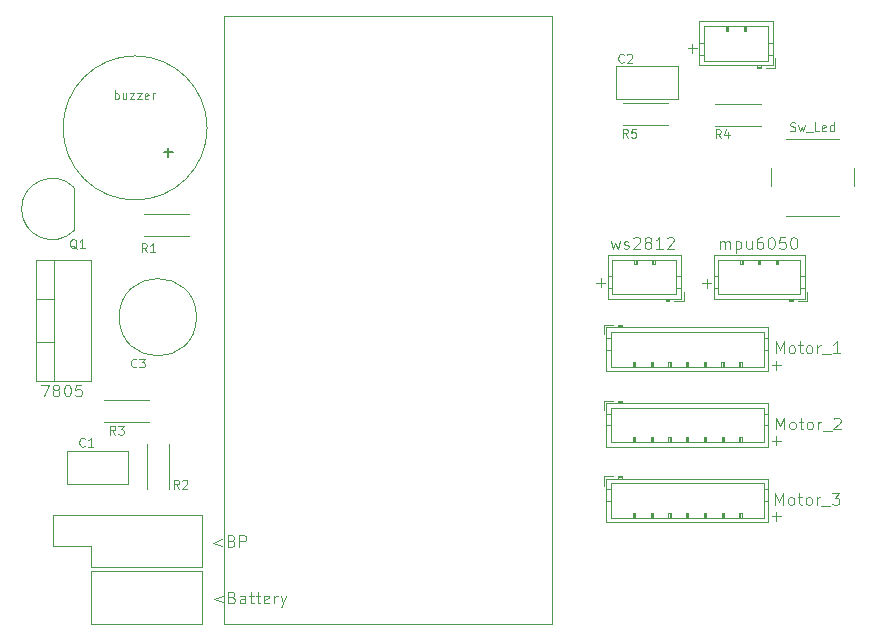
<source format=gbr>
%TF.GenerationSoftware,KiCad,Pcbnew,9.0.0*%
%TF.CreationDate,2025-08-04T22:37:53+02:00*%
%TF.ProjectId,Self balancing cube,53656c66-2062-4616-9c61-6e63696e6720,rev?*%
%TF.SameCoordinates,Original*%
%TF.FileFunction,Legend,Top*%
%TF.FilePolarity,Positive*%
%FSLAX46Y46*%
G04 Gerber Fmt 4.6, Leading zero omitted, Abs format (unit mm)*
G04 Created by KiCad (PCBNEW 9.0.0) date 2025-08-04 22:37:53*
%MOMM*%
%LPD*%
G01*
G04 APERTURE LIST*
%ADD10C,0.100000*%
%ADD11C,0.150000*%
%ADD12C,0.120000*%
G04 APERTURE END LIST*
D10*
X129794000Y-115316000D02*
X120446800Y-115316000D01*
X120446800Y-113538000D01*
X117246400Y-113538000D01*
X117246400Y-110896400D01*
X129794000Y-110896400D01*
X129794000Y-115316000D01*
X120446800Y-115671600D02*
X129794000Y-115671600D01*
X129794000Y-120142000D01*
X120446800Y-120142000D01*
X120446800Y-115671600D01*
X127876131Y-108665814D02*
X127626131Y-108308671D01*
X127447560Y-108665814D02*
X127447560Y-107915814D01*
X127447560Y-107915814D02*
X127733274Y-107915814D01*
X127733274Y-107915814D02*
X127804703Y-107951528D01*
X127804703Y-107951528D02*
X127840417Y-107987242D01*
X127840417Y-107987242D02*
X127876131Y-108058671D01*
X127876131Y-108058671D02*
X127876131Y-108165814D01*
X127876131Y-108165814D02*
X127840417Y-108237242D01*
X127840417Y-108237242D02*
X127804703Y-108272957D01*
X127804703Y-108272957D02*
X127733274Y-108308671D01*
X127733274Y-108308671D02*
X127447560Y-108308671D01*
X128161846Y-107987242D02*
X128197560Y-107951528D01*
X128197560Y-107951528D02*
X128268989Y-107915814D01*
X128268989Y-107915814D02*
X128447560Y-107915814D01*
X128447560Y-107915814D02*
X128518989Y-107951528D01*
X128518989Y-107951528D02*
X128554703Y-107987242D01*
X128554703Y-107987242D02*
X128590417Y-108058671D01*
X128590417Y-108058671D02*
X128590417Y-108130100D01*
X128590417Y-108130100D02*
X128554703Y-108237242D01*
X128554703Y-108237242D02*
X128126131Y-108665814D01*
X128126131Y-108665814D02*
X128590417Y-108665814D01*
X173748531Y-78998614D02*
X173498531Y-78641471D01*
X173319960Y-78998614D02*
X173319960Y-78248614D01*
X173319960Y-78248614D02*
X173605674Y-78248614D01*
X173605674Y-78248614D02*
X173677103Y-78284328D01*
X173677103Y-78284328D02*
X173712817Y-78320042D01*
X173712817Y-78320042D02*
X173748531Y-78391471D01*
X173748531Y-78391471D02*
X173748531Y-78498614D01*
X173748531Y-78498614D02*
X173712817Y-78570042D01*
X173712817Y-78570042D02*
X173677103Y-78605757D01*
X173677103Y-78605757D02*
X173605674Y-78641471D01*
X173605674Y-78641471D02*
X173319960Y-78641471D01*
X174391389Y-78498614D02*
X174391389Y-78998614D01*
X174212817Y-78212900D02*
X174034246Y-78748614D01*
X174034246Y-78748614D02*
X174498531Y-78748614D01*
X131570989Y-117722152D02*
X130809084Y-118007866D01*
X130809084Y-118007866D02*
X131570989Y-118293580D01*
X132380512Y-117865009D02*
X132523369Y-117912628D01*
X132523369Y-117912628D02*
X132570988Y-117960247D01*
X132570988Y-117960247D02*
X132618607Y-118055485D01*
X132618607Y-118055485D02*
X132618607Y-118198342D01*
X132618607Y-118198342D02*
X132570988Y-118293580D01*
X132570988Y-118293580D02*
X132523369Y-118341200D01*
X132523369Y-118341200D02*
X132428131Y-118388819D01*
X132428131Y-118388819D02*
X132047179Y-118388819D01*
X132047179Y-118388819D02*
X132047179Y-117388819D01*
X132047179Y-117388819D02*
X132380512Y-117388819D01*
X132380512Y-117388819D02*
X132475750Y-117436438D01*
X132475750Y-117436438D02*
X132523369Y-117484057D01*
X132523369Y-117484057D02*
X132570988Y-117579295D01*
X132570988Y-117579295D02*
X132570988Y-117674533D01*
X132570988Y-117674533D02*
X132523369Y-117769771D01*
X132523369Y-117769771D02*
X132475750Y-117817390D01*
X132475750Y-117817390D02*
X132380512Y-117865009D01*
X132380512Y-117865009D02*
X132047179Y-117865009D01*
X133475750Y-118388819D02*
X133475750Y-117865009D01*
X133475750Y-117865009D02*
X133428131Y-117769771D01*
X133428131Y-117769771D02*
X133332893Y-117722152D01*
X133332893Y-117722152D02*
X133142417Y-117722152D01*
X133142417Y-117722152D02*
X133047179Y-117769771D01*
X133475750Y-118341200D02*
X133380512Y-118388819D01*
X133380512Y-118388819D02*
X133142417Y-118388819D01*
X133142417Y-118388819D02*
X133047179Y-118341200D01*
X133047179Y-118341200D02*
X132999560Y-118245961D01*
X132999560Y-118245961D02*
X132999560Y-118150723D01*
X132999560Y-118150723D02*
X133047179Y-118055485D01*
X133047179Y-118055485D02*
X133142417Y-118007866D01*
X133142417Y-118007866D02*
X133380512Y-118007866D01*
X133380512Y-118007866D02*
X133475750Y-117960247D01*
X133809084Y-117722152D02*
X134190036Y-117722152D01*
X133951941Y-117388819D02*
X133951941Y-118245961D01*
X133951941Y-118245961D02*
X133999560Y-118341200D01*
X133999560Y-118341200D02*
X134094798Y-118388819D01*
X134094798Y-118388819D02*
X134190036Y-118388819D01*
X134380513Y-117722152D02*
X134761465Y-117722152D01*
X134523370Y-117388819D02*
X134523370Y-118245961D01*
X134523370Y-118245961D02*
X134570989Y-118341200D01*
X134570989Y-118341200D02*
X134666227Y-118388819D01*
X134666227Y-118388819D02*
X134761465Y-118388819D01*
X135475751Y-118341200D02*
X135380513Y-118388819D01*
X135380513Y-118388819D02*
X135190037Y-118388819D01*
X135190037Y-118388819D02*
X135094799Y-118341200D01*
X135094799Y-118341200D02*
X135047180Y-118245961D01*
X135047180Y-118245961D02*
X135047180Y-117865009D01*
X135047180Y-117865009D02*
X135094799Y-117769771D01*
X135094799Y-117769771D02*
X135190037Y-117722152D01*
X135190037Y-117722152D02*
X135380513Y-117722152D01*
X135380513Y-117722152D02*
X135475751Y-117769771D01*
X135475751Y-117769771D02*
X135523370Y-117865009D01*
X135523370Y-117865009D02*
X135523370Y-117960247D01*
X135523370Y-117960247D02*
X135047180Y-118055485D01*
X135951942Y-118388819D02*
X135951942Y-117722152D01*
X135951942Y-117912628D02*
X135999561Y-117817390D01*
X135999561Y-117817390D02*
X136047180Y-117769771D01*
X136047180Y-117769771D02*
X136142418Y-117722152D01*
X136142418Y-117722152D02*
X136237656Y-117722152D01*
X136475752Y-117722152D02*
X136713847Y-118388819D01*
X136951942Y-117722152D02*
X136713847Y-118388819D01*
X136713847Y-118388819D02*
X136618609Y-118626914D01*
X136618609Y-118626914D02*
X136570990Y-118674533D01*
X136570990Y-118674533D02*
X136475752Y-118722152D01*
X179634246Y-78353300D02*
X179741389Y-78389014D01*
X179741389Y-78389014D02*
X179919960Y-78389014D01*
X179919960Y-78389014D02*
X179991389Y-78353300D01*
X179991389Y-78353300D02*
X180027103Y-78317585D01*
X180027103Y-78317585D02*
X180062817Y-78246157D01*
X180062817Y-78246157D02*
X180062817Y-78174728D01*
X180062817Y-78174728D02*
X180027103Y-78103300D01*
X180027103Y-78103300D02*
X179991389Y-78067585D01*
X179991389Y-78067585D02*
X179919960Y-78031871D01*
X179919960Y-78031871D02*
X179777103Y-77996157D01*
X179777103Y-77996157D02*
X179705674Y-77960442D01*
X179705674Y-77960442D02*
X179669960Y-77924728D01*
X179669960Y-77924728D02*
X179634246Y-77853300D01*
X179634246Y-77853300D02*
X179634246Y-77781871D01*
X179634246Y-77781871D02*
X179669960Y-77710442D01*
X179669960Y-77710442D02*
X179705674Y-77674728D01*
X179705674Y-77674728D02*
X179777103Y-77639014D01*
X179777103Y-77639014D02*
X179955674Y-77639014D01*
X179955674Y-77639014D02*
X180062817Y-77674728D01*
X180312817Y-77889014D02*
X180455675Y-78389014D01*
X180455675Y-78389014D02*
X180598532Y-78031871D01*
X180598532Y-78031871D02*
X180741389Y-78389014D01*
X180741389Y-78389014D02*
X180884246Y-77889014D01*
X180991389Y-78460442D02*
X181562817Y-78460442D01*
X182098532Y-78389014D02*
X181741389Y-78389014D01*
X181741389Y-78389014D02*
X181741389Y-77639014D01*
X182634246Y-78353300D02*
X182562818Y-78389014D01*
X182562818Y-78389014D02*
X182419961Y-78389014D01*
X182419961Y-78389014D02*
X182348532Y-78353300D01*
X182348532Y-78353300D02*
X182312818Y-78281871D01*
X182312818Y-78281871D02*
X182312818Y-77996157D01*
X182312818Y-77996157D02*
X182348532Y-77924728D01*
X182348532Y-77924728D02*
X182419961Y-77889014D01*
X182419961Y-77889014D02*
X182562818Y-77889014D01*
X182562818Y-77889014D02*
X182634246Y-77924728D01*
X182634246Y-77924728D02*
X182669961Y-77996157D01*
X182669961Y-77996157D02*
X182669961Y-78067585D01*
X182669961Y-78067585D02*
X182312818Y-78139014D01*
X183312818Y-78389014D02*
X183312818Y-77639014D01*
X183312818Y-78353300D02*
X183241389Y-78389014D01*
X183241389Y-78389014D02*
X183098532Y-78389014D01*
X183098532Y-78389014D02*
X183027103Y-78353300D01*
X183027103Y-78353300D02*
X182991389Y-78317585D01*
X182991389Y-78317585D02*
X182955675Y-78246157D01*
X182955675Y-78246157D02*
X182955675Y-78031871D01*
X182955675Y-78031871D02*
X182991389Y-77960442D01*
X182991389Y-77960442D02*
X183027103Y-77924728D01*
X183027103Y-77924728D02*
X183098532Y-77889014D01*
X183098532Y-77889014D02*
X183241389Y-77889014D01*
X183241389Y-77889014D02*
X183312818Y-77924728D01*
X122491331Y-104093814D02*
X122241331Y-103736671D01*
X122062760Y-104093814D02*
X122062760Y-103343814D01*
X122062760Y-103343814D02*
X122348474Y-103343814D01*
X122348474Y-103343814D02*
X122419903Y-103379528D01*
X122419903Y-103379528D02*
X122455617Y-103415242D01*
X122455617Y-103415242D02*
X122491331Y-103486671D01*
X122491331Y-103486671D02*
X122491331Y-103593814D01*
X122491331Y-103593814D02*
X122455617Y-103665242D01*
X122455617Y-103665242D02*
X122419903Y-103700957D01*
X122419903Y-103700957D02*
X122348474Y-103736671D01*
X122348474Y-103736671D02*
X122062760Y-103736671D01*
X122741331Y-103343814D02*
X123205617Y-103343814D01*
X123205617Y-103343814D02*
X122955617Y-103629528D01*
X122955617Y-103629528D02*
X123062760Y-103629528D01*
X123062760Y-103629528D02*
X123134189Y-103665242D01*
X123134189Y-103665242D02*
X123169903Y-103700957D01*
X123169903Y-103700957D02*
X123205617Y-103772385D01*
X123205617Y-103772385D02*
X123205617Y-103950957D01*
X123205617Y-103950957D02*
X123169903Y-104022385D01*
X123169903Y-104022385D02*
X123134189Y-104058100D01*
X123134189Y-104058100D02*
X123062760Y-104093814D01*
X123062760Y-104093814D02*
X122848474Y-104093814D01*
X122848474Y-104093814D02*
X122777046Y-104058100D01*
X122777046Y-104058100D02*
X122741331Y-104022385D01*
X178408684Y-97205219D02*
X178408684Y-96205219D01*
X178408684Y-96205219D02*
X178742017Y-96919504D01*
X178742017Y-96919504D02*
X179075350Y-96205219D01*
X179075350Y-96205219D02*
X179075350Y-97205219D01*
X179694398Y-97205219D02*
X179599160Y-97157600D01*
X179599160Y-97157600D02*
X179551541Y-97109980D01*
X179551541Y-97109980D02*
X179503922Y-97014742D01*
X179503922Y-97014742D02*
X179503922Y-96729028D01*
X179503922Y-96729028D02*
X179551541Y-96633790D01*
X179551541Y-96633790D02*
X179599160Y-96586171D01*
X179599160Y-96586171D02*
X179694398Y-96538552D01*
X179694398Y-96538552D02*
X179837255Y-96538552D01*
X179837255Y-96538552D02*
X179932493Y-96586171D01*
X179932493Y-96586171D02*
X179980112Y-96633790D01*
X179980112Y-96633790D02*
X180027731Y-96729028D01*
X180027731Y-96729028D02*
X180027731Y-97014742D01*
X180027731Y-97014742D02*
X179980112Y-97109980D01*
X179980112Y-97109980D02*
X179932493Y-97157600D01*
X179932493Y-97157600D02*
X179837255Y-97205219D01*
X179837255Y-97205219D02*
X179694398Y-97205219D01*
X180313446Y-96538552D02*
X180694398Y-96538552D01*
X180456303Y-96205219D02*
X180456303Y-97062361D01*
X180456303Y-97062361D02*
X180503922Y-97157600D01*
X180503922Y-97157600D02*
X180599160Y-97205219D01*
X180599160Y-97205219D02*
X180694398Y-97205219D01*
X181170589Y-97205219D02*
X181075351Y-97157600D01*
X181075351Y-97157600D02*
X181027732Y-97109980D01*
X181027732Y-97109980D02*
X180980113Y-97014742D01*
X180980113Y-97014742D02*
X180980113Y-96729028D01*
X180980113Y-96729028D02*
X181027732Y-96633790D01*
X181027732Y-96633790D02*
X181075351Y-96586171D01*
X181075351Y-96586171D02*
X181170589Y-96538552D01*
X181170589Y-96538552D02*
X181313446Y-96538552D01*
X181313446Y-96538552D02*
X181408684Y-96586171D01*
X181408684Y-96586171D02*
X181456303Y-96633790D01*
X181456303Y-96633790D02*
X181503922Y-96729028D01*
X181503922Y-96729028D02*
X181503922Y-97014742D01*
X181503922Y-97014742D02*
X181456303Y-97109980D01*
X181456303Y-97109980D02*
X181408684Y-97157600D01*
X181408684Y-97157600D02*
X181313446Y-97205219D01*
X181313446Y-97205219D02*
X181170589Y-97205219D01*
X181932494Y-97205219D02*
X181932494Y-96538552D01*
X181932494Y-96729028D02*
X181980113Y-96633790D01*
X181980113Y-96633790D02*
X182027732Y-96586171D01*
X182027732Y-96586171D02*
X182122970Y-96538552D01*
X182122970Y-96538552D02*
X182218208Y-96538552D01*
X182313447Y-97300457D02*
X183075351Y-97300457D01*
X183837256Y-97205219D02*
X183265828Y-97205219D01*
X183551542Y-97205219D02*
X183551542Y-96205219D01*
X183551542Y-96205219D02*
X183456304Y-96348076D01*
X183456304Y-96348076D02*
X183361066Y-96443314D01*
X183361066Y-96443314D02*
X183265828Y-96490933D01*
X178357884Y-110057619D02*
X178357884Y-109057619D01*
X178357884Y-109057619D02*
X178691217Y-109771904D01*
X178691217Y-109771904D02*
X179024550Y-109057619D01*
X179024550Y-109057619D02*
X179024550Y-110057619D01*
X179643598Y-110057619D02*
X179548360Y-110010000D01*
X179548360Y-110010000D02*
X179500741Y-109962380D01*
X179500741Y-109962380D02*
X179453122Y-109867142D01*
X179453122Y-109867142D02*
X179453122Y-109581428D01*
X179453122Y-109581428D02*
X179500741Y-109486190D01*
X179500741Y-109486190D02*
X179548360Y-109438571D01*
X179548360Y-109438571D02*
X179643598Y-109390952D01*
X179643598Y-109390952D02*
X179786455Y-109390952D01*
X179786455Y-109390952D02*
X179881693Y-109438571D01*
X179881693Y-109438571D02*
X179929312Y-109486190D01*
X179929312Y-109486190D02*
X179976931Y-109581428D01*
X179976931Y-109581428D02*
X179976931Y-109867142D01*
X179976931Y-109867142D02*
X179929312Y-109962380D01*
X179929312Y-109962380D02*
X179881693Y-110010000D01*
X179881693Y-110010000D02*
X179786455Y-110057619D01*
X179786455Y-110057619D02*
X179643598Y-110057619D01*
X180262646Y-109390952D02*
X180643598Y-109390952D01*
X180405503Y-109057619D02*
X180405503Y-109914761D01*
X180405503Y-109914761D02*
X180453122Y-110010000D01*
X180453122Y-110010000D02*
X180548360Y-110057619D01*
X180548360Y-110057619D02*
X180643598Y-110057619D01*
X181119789Y-110057619D02*
X181024551Y-110010000D01*
X181024551Y-110010000D02*
X180976932Y-109962380D01*
X180976932Y-109962380D02*
X180929313Y-109867142D01*
X180929313Y-109867142D02*
X180929313Y-109581428D01*
X180929313Y-109581428D02*
X180976932Y-109486190D01*
X180976932Y-109486190D02*
X181024551Y-109438571D01*
X181024551Y-109438571D02*
X181119789Y-109390952D01*
X181119789Y-109390952D02*
X181262646Y-109390952D01*
X181262646Y-109390952D02*
X181357884Y-109438571D01*
X181357884Y-109438571D02*
X181405503Y-109486190D01*
X181405503Y-109486190D02*
X181453122Y-109581428D01*
X181453122Y-109581428D02*
X181453122Y-109867142D01*
X181453122Y-109867142D02*
X181405503Y-109962380D01*
X181405503Y-109962380D02*
X181357884Y-110010000D01*
X181357884Y-110010000D02*
X181262646Y-110057619D01*
X181262646Y-110057619D02*
X181119789Y-110057619D01*
X181881694Y-110057619D02*
X181881694Y-109390952D01*
X181881694Y-109581428D02*
X181929313Y-109486190D01*
X181929313Y-109486190D02*
X181976932Y-109438571D01*
X181976932Y-109438571D02*
X182072170Y-109390952D01*
X182072170Y-109390952D02*
X182167408Y-109390952D01*
X182262647Y-110152857D02*
X183024551Y-110152857D01*
X183167409Y-109057619D02*
X183786456Y-109057619D01*
X183786456Y-109057619D02*
X183453123Y-109438571D01*
X183453123Y-109438571D02*
X183595980Y-109438571D01*
X183595980Y-109438571D02*
X183691218Y-109486190D01*
X183691218Y-109486190D02*
X183738837Y-109533809D01*
X183738837Y-109533809D02*
X183786456Y-109629047D01*
X183786456Y-109629047D02*
X183786456Y-109867142D01*
X183786456Y-109867142D02*
X183738837Y-109962380D01*
X183738837Y-109962380D02*
X183691218Y-110010000D01*
X183691218Y-110010000D02*
X183595980Y-110057619D01*
X183595980Y-110057619D02*
X183310266Y-110057619D01*
X183310266Y-110057619D02*
X183215028Y-110010000D01*
X183215028Y-110010000D02*
X183167409Y-109962380D01*
X178072684Y-111021466D02*
X178834589Y-111021466D01*
X178453636Y-111402419D02*
X178453636Y-110640514D01*
X170941084Y-71373466D02*
X171702989Y-71373466D01*
X171322036Y-71754419D02*
X171322036Y-70992514D01*
X116185046Y-99862819D02*
X116851712Y-99862819D01*
X116851712Y-99862819D02*
X116423141Y-100862819D01*
X117375522Y-100291390D02*
X117280284Y-100243771D01*
X117280284Y-100243771D02*
X117232665Y-100196152D01*
X117232665Y-100196152D02*
X117185046Y-100100914D01*
X117185046Y-100100914D02*
X117185046Y-100053295D01*
X117185046Y-100053295D02*
X117232665Y-99958057D01*
X117232665Y-99958057D02*
X117280284Y-99910438D01*
X117280284Y-99910438D02*
X117375522Y-99862819D01*
X117375522Y-99862819D02*
X117565998Y-99862819D01*
X117565998Y-99862819D02*
X117661236Y-99910438D01*
X117661236Y-99910438D02*
X117708855Y-99958057D01*
X117708855Y-99958057D02*
X117756474Y-100053295D01*
X117756474Y-100053295D02*
X117756474Y-100100914D01*
X117756474Y-100100914D02*
X117708855Y-100196152D01*
X117708855Y-100196152D02*
X117661236Y-100243771D01*
X117661236Y-100243771D02*
X117565998Y-100291390D01*
X117565998Y-100291390D02*
X117375522Y-100291390D01*
X117375522Y-100291390D02*
X117280284Y-100339009D01*
X117280284Y-100339009D02*
X117232665Y-100386628D01*
X117232665Y-100386628D02*
X117185046Y-100481866D01*
X117185046Y-100481866D02*
X117185046Y-100672342D01*
X117185046Y-100672342D02*
X117232665Y-100767580D01*
X117232665Y-100767580D02*
X117280284Y-100815200D01*
X117280284Y-100815200D02*
X117375522Y-100862819D01*
X117375522Y-100862819D02*
X117565998Y-100862819D01*
X117565998Y-100862819D02*
X117661236Y-100815200D01*
X117661236Y-100815200D02*
X117708855Y-100767580D01*
X117708855Y-100767580D02*
X117756474Y-100672342D01*
X117756474Y-100672342D02*
X117756474Y-100481866D01*
X117756474Y-100481866D02*
X117708855Y-100386628D01*
X117708855Y-100386628D02*
X117661236Y-100339009D01*
X117661236Y-100339009D02*
X117565998Y-100291390D01*
X118375522Y-99862819D02*
X118470760Y-99862819D01*
X118470760Y-99862819D02*
X118565998Y-99910438D01*
X118565998Y-99910438D02*
X118613617Y-99958057D01*
X118613617Y-99958057D02*
X118661236Y-100053295D01*
X118661236Y-100053295D02*
X118708855Y-100243771D01*
X118708855Y-100243771D02*
X118708855Y-100481866D01*
X118708855Y-100481866D02*
X118661236Y-100672342D01*
X118661236Y-100672342D02*
X118613617Y-100767580D01*
X118613617Y-100767580D02*
X118565998Y-100815200D01*
X118565998Y-100815200D02*
X118470760Y-100862819D01*
X118470760Y-100862819D02*
X118375522Y-100862819D01*
X118375522Y-100862819D02*
X118280284Y-100815200D01*
X118280284Y-100815200D02*
X118232665Y-100767580D01*
X118232665Y-100767580D02*
X118185046Y-100672342D01*
X118185046Y-100672342D02*
X118137427Y-100481866D01*
X118137427Y-100481866D02*
X118137427Y-100243771D01*
X118137427Y-100243771D02*
X118185046Y-100053295D01*
X118185046Y-100053295D02*
X118232665Y-99958057D01*
X118232665Y-99958057D02*
X118280284Y-99910438D01*
X118280284Y-99910438D02*
X118375522Y-99862819D01*
X119613617Y-99862819D02*
X119137427Y-99862819D01*
X119137427Y-99862819D02*
X119089808Y-100339009D01*
X119089808Y-100339009D02*
X119137427Y-100291390D01*
X119137427Y-100291390D02*
X119232665Y-100243771D01*
X119232665Y-100243771D02*
X119470760Y-100243771D01*
X119470760Y-100243771D02*
X119565998Y-100291390D01*
X119565998Y-100291390D02*
X119613617Y-100339009D01*
X119613617Y-100339009D02*
X119661236Y-100434247D01*
X119661236Y-100434247D02*
X119661236Y-100672342D01*
X119661236Y-100672342D02*
X119613617Y-100767580D01*
X119613617Y-100767580D02*
X119565998Y-100815200D01*
X119565998Y-100815200D02*
X119470760Y-100862819D01*
X119470760Y-100862819D02*
X119232665Y-100862819D01*
X119232665Y-100862819D02*
X119137427Y-100815200D01*
X119137427Y-100815200D02*
X119089808Y-100767580D01*
X125132931Y-88650614D02*
X124882931Y-88293471D01*
X124704360Y-88650614D02*
X124704360Y-87900614D01*
X124704360Y-87900614D02*
X124990074Y-87900614D01*
X124990074Y-87900614D02*
X125061503Y-87936328D01*
X125061503Y-87936328D02*
X125097217Y-87972042D01*
X125097217Y-87972042D02*
X125132931Y-88043471D01*
X125132931Y-88043471D02*
X125132931Y-88150614D01*
X125132931Y-88150614D02*
X125097217Y-88222042D01*
X125097217Y-88222042D02*
X125061503Y-88257757D01*
X125061503Y-88257757D02*
X124990074Y-88293471D01*
X124990074Y-88293471D02*
X124704360Y-88293471D01*
X125847217Y-88650614D02*
X125418646Y-88650614D01*
X125632931Y-88650614D02*
X125632931Y-87900614D01*
X125632931Y-87900614D02*
X125561503Y-88007757D01*
X125561503Y-88007757D02*
X125490074Y-88079185D01*
X125490074Y-88079185D02*
X125418646Y-88114900D01*
X119900531Y-105038385D02*
X119864817Y-105074100D01*
X119864817Y-105074100D02*
X119757674Y-105109814D01*
X119757674Y-105109814D02*
X119686246Y-105109814D01*
X119686246Y-105109814D02*
X119579103Y-105074100D01*
X119579103Y-105074100D02*
X119507674Y-105002671D01*
X119507674Y-105002671D02*
X119471960Y-104931242D01*
X119471960Y-104931242D02*
X119436246Y-104788385D01*
X119436246Y-104788385D02*
X119436246Y-104681242D01*
X119436246Y-104681242D02*
X119471960Y-104538385D01*
X119471960Y-104538385D02*
X119507674Y-104466957D01*
X119507674Y-104466957D02*
X119579103Y-104395528D01*
X119579103Y-104395528D02*
X119686246Y-104359814D01*
X119686246Y-104359814D02*
X119757674Y-104359814D01*
X119757674Y-104359814D02*
X119864817Y-104395528D01*
X119864817Y-104395528D02*
X119900531Y-104431242D01*
X120614817Y-105109814D02*
X120186246Y-105109814D01*
X120400531Y-105109814D02*
X120400531Y-104359814D01*
X120400531Y-104359814D02*
X120329103Y-104466957D01*
X120329103Y-104466957D02*
X120257674Y-104538385D01*
X120257674Y-104538385D02*
X120186246Y-104574100D01*
X131520189Y-112946952D02*
X130758284Y-113232666D01*
X130758284Y-113232666D02*
X131520189Y-113518380D01*
X132329712Y-113089809D02*
X132472569Y-113137428D01*
X132472569Y-113137428D02*
X132520188Y-113185047D01*
X132520188Y-113185047D02*
X132567807Y-113280285D01*
X132567807Y-113280285D02*
X132567807Y-113423142D01*
X132567807Y-113423142D02*
X132520188Y-113518380D01*
X132520188Y-113518380D02*
X132472569Y-113566000D01*
X132472569Y-113566000D02*
X132377331Y-113613619D01*
X132377331Y-113613619D02*
X131996379Y-113613619D01*
X131996379Y-113613619D02*
X131996379Y-112613619D01*
X131996379Y-112613619D02*
X132329712Y-112613619D01*
X132329712Y-112613619D02*
X132424950Y-112661238D01*
X132424950Y-112661238D02*
X132472569Y-112708857D01*
X132472569Y-112708857D02*
X132520188Y-112804095D01*
X132520188Y-112804095D02*
X132520188Y-112899333D01*
X132520188Y-112899333D02*
X132472569Y-112994571D01*
X132472569Y-112994571D02*
X132424950Y-113042190D01*
X132424950Y-113042190D02*
X132329712Y-113089809D01*
X132329712Y-113089809D02*
X131996379Y-113089809D01*
X132996379Y-113613619D02*
X132996379Y-112613619D01*
X132996379Y-112613619D02*
X133377331Y-112613619D01*
X133377331Y-112613619D02*
X133472569Y-112661238D01*
X133472569Y-112661238D02*
X133520188Y-112708857D01*
X133520188Y-112708857D02*
X133567807Y-112804095D01*
X133567807Y-112804095D02*
X133567807Y-112946952D01*
X133567807Y-112946952D02*
X133520188Y-113042190D01*
X133520188Y-113042190D02*
X133472569Y-113089809D01*
X133472569Y-113089809D02*
X133377331Y-113137428D01*
X133377331Y-113137428D02*
X132996379Y-113137428D01*
X164445046Y-87699352D02*
X164635522Y-88366019D01*
X164635522Y-88366019D02*
X164825998Y-87889828D01*
X164825998Y-87889828D02*
X165016474Y-88366019D01*
X165016474Y-88366019D02*
X165206950Y-87699352D01*
X165540284Y-88318400D02*
X165635522Y-88366019D01*
X165635522Y-88366019D02*
X165825998Y-88366019D01*
X165825998Y-88366019D02*
X165921236Y-88318400D01*
X165921236Y-88318400D02*
X165968855Y-88223161D01*
X165968855Y-88223161D02*
X165968855Y-88175542D01*
X165968855Y-88175542D02*
X165921236Y-88080304D01*
X165921236Y-88080304D02*
X165825998Y-88032685D01*
X165825998Y-88032685D02*
X165683141Y-88032685D01*
X165683141Y-88032685D02*
X165587903Y-87985066D01*
X165587903Y-87985066D02*
X165540284Y-87889828D01*
X165540284Y-87889828D02*
X165540284Y-87842209D01*
X165540284Y-87842209D02*
X165587903Y-87746971D01*
X165587903Y-87746971D02*
X165683141Y-87699352D01*
X165683141Y-87699352D02*
X165825998Y-87699352D01*
X165825998Y-87699352D02*
X165921236Y-87746971D01*
X166349808Y-87461257D02*
X166397427Y-87413638D01*
X166397427Y-87413638D02*
X166492665Y-87366019D01*
X166492665Y-87366019D02*
X166730760Y-87366019D01*
X166730760Y-87366019D02*
X166825998Y-87413638D01*
X166825998Y-87413638D02*
X166873617Y-87461257D01*
X166873617Y-87461257D02*
X166921236Y-87556495D01*
X166921236Y-87556495D02*
X166921236Y-87651733D01*
X166921236Y-87651733D02*
X166873617Y-87794590D01*
X166873617Y-87794590D02*
X166302189Y-88366019D01*
X166302189Y-88366019D02*
X166921236Y-88366019D01*
X167492665Y-87794590D02*
X167397427Y-87746971D01*
X167397427Y-87746971D02*
X167349808Y-87699352D01*
X167349808Y-87699352D02*
X167302189Y-87604114D01*
X167302189Y-87604114D02*
X167302189Y-87556495D01*
X167302189Y-87556495D02*
X167349808Y-87461257D01*
X167349808Y-87461257D02*
X167397427Y-87413638D01*
X167397427Y-87413638D02*
X167492665Y-87366019D01*
X167492665Y-87366019D02*
X167683141Y-87366019D01*
X167683141Y-87366019D02*
X167778379Y-87413638D01*
X167778379Y-87413638D02*
X167825998Y-87461257D01*
X167825998Y-87461257D02*
X167873617Y-87556495D01*
X167873617Y-87556495D02*
X167873617Y-87604114D01*
X167873617Y-87604114D02*
X167825998Y-87699352D01*
X167825998Y-87699352D02*
X167778379Y-87746971D01*
X167778379Y-87746971D02*
X167683141Y-87794590D01*
X167683141Y-87794590D02*
X167492665Y-87794590D01*
X167492665Y-87794590D02*
X167397427Y-87842209D01*
X167397427Y-87842209D02*
X167349808Y-87889828D01*
X167349808Y-87889828D02*
X167302189Y-87985066D01*
X167302189Y-87985066D02*
X167302189Y-88175542D01*
X167302189Y-88175542D02*
X167349808Y-88270780D01*
X167349808Y-88270780D02*
X167397427Y-88318400D01*
X167397427Y-88318400D02*
X167492665Y-88366019D01*
X167492665Y-88366019D02*
X167683141Y-88366019D01*
X167683141Y-88366019D02*
X167778379Y-88318400D01*
X167778379Y-88318400D02*
X167825998Y-88270780D01*
X167825998Y-88270780D02*
X167873617Y-88175542D01*
X167873617Y-88175542D02*
X167873617Y-87985066D01*
X167873617Y-87985066D02*
X167825998Y-87889828D01*
X167825998Y-87889828D02*
X167778379Y-87842209D01*
X167778379Y-87842209D02*
X167683141Y-87794590D01*
X168825998Y-88366019D02*
X168254570Y-88366019D01*
X168540284Y-88366019D02*
X168540284Y-87366019D01*
X168540284Y-87366019D02*
X168445046Y-87508876D01*
X168445046Y-87508876D02*
X168349808Y-87604114D01*
X168349808Y-87604114D02*
X168254570Y-87651733D01*
X169206951Y-87461257D02*
X169254570Y-87413638D01*
X169254570Y-87413638D02*
X169349808Y-87366019D01*
X169349808Y-87366019D02*
X169587903Y-87366019D01*
X169587903Y-87366019D02*
X169683141Y-87413638D01*
X169683141Y-87413638D02*
X169730760Y-87461257D01*
X169730760Y-87461257D02*
X169778379Y-87556495D01*
X169778379Y-87556495D02*
X169778379Y-87651733D01*
X169778379Y-87651733D02*
X169730760Y-87794590D01*
X169730760Y-87794590D02*
X169159332Y-88366019D01*
X169159332Y-88366019D02*
X169778379Y-88366019D01*
X163219484Y-91236266D02*
X163981389Y-91236266D01*
X163600436Y-91617219D02*
X163600436Y-90855314D01*
X178069884Y-98219866D02*
X178831789Y-98219866D01*
X178450836Y-98600819D02*
X178450836Y-97838914D01*
X173684284Y-88366019D02*
X173684284Y-87699352D01*
X173684284Y-87794590D02*
X173731903Y-87746971D01*
X173731903Y-87746971D02*
X173827141Y-87699352D01*
X173827141Y-87699352D02*
X173969998Y-87699352D01*
X173969998Y-87699352D02*
X174065236Y-87746971D01*
X174065236Y-87746971D02*
X174112855Y-87842209D01*
X174112855Y-87842209D02*
X174112855Y-88366019D01*
X174112855Y-87842209D02*
X174160474Y-87746971D01*
X174160474Y-87746971D02*
X174255712Y-87699352D01*
X174255712Y-87699352D02*
X174398569Y-87699352D01*
X174398569Y-87699352D02*
X174493808Y-87746971D01*
X174493808Y-87746971D02*
X174541427Y-87842209D01*
X174541427Y-87842209D02*
X174541427Y-88366019D01*
X175017617Y-87699352D02*
X175017617Y-88699352D01*
X175017617Y-87746971D02*
X175112855Y-87699352D01*
X175112855Y-87699352D02*
X175303331Y-87699352D01*
X175303331Y-87699352D02*
X175398569Y-87746971D01*
X175398569Y-87746971D02*
X175446188Y-87794590D01*
X175446188Y-87794590D02*
X175493807Y-87889828D01*
X175493807Y-87889828D02*
X175493807Y-88175542D01*
X175493807Y-88175542D02*
X175446188Y-88270780D01*
X175446188Y-88270780D02*
X175398569Y-88318400D01*
X175398569Y-88318400D02*
X175303331Y-88366019D01*
X175303331Y-88366019D02*
X175112855Y-88366019D01*
X175112855Y-88366019D02*
X175017617Y-88318400D01*
X176350950Y-87699352D02*
X176350950Y-88366019D01*
X175922379Y-87699352D02*
X175922379Y-88223161D01*
X175922379Y-88223161D02*
X175969998Y-88318400D01*
X175969998Y-88318400D02*
X176065236Y-88366019D01*
X176065236Y-88366019D02*
X176208093Y-88366019D01*
X176208093Y-88366019D02*
X176303331Y-88318400D01*
X176303331Y-88318400D02*
X176350950Y-88270780D01*
X177255712Y-87366019D02*
X177065236Y-87366019D01*
X177065236Y-87366019D02*
X176969998Y-87413638D01*
X176969998Y-87413638D02*
X176922379Y-87461257D01*
X176922379Y-87461257D02*
X176827141Y-87604114D01*
X176827141Y-87604114D02*
X176779522Y-87794590D01*
X176779522Y-87794590D02*
X176779522Y-88175542D01*
X176779522Y-88175542D02*
X176827141Y-88270780D01*
X176827141Y-88270780D02*
X176874760Y-88318400D01*
X176874760Y-88318400D02*
X176969998Y-88366019D01*
X176969998Y-88366019D02*
X177160474Y-88366019D01*
X177160474Y-88366019D02*
X177255712Y-88318400D01*
X177255712Y-88318400D02*
X177303331Y-88270780D01*
X177303331Y-88270780D02*
X177350950Y-88175542D01*
X177350950Y-88175542D02*
X177350950Y-87937447D01*
X177350950Y-87937447D02*
X177303331Y-87842209D01*
X177303331Y-87842209D02*
X177255712Y-87794590D01*
X177255712Y-87794590D02*
X177160474Y-87746971D01*
X177160474Y-87746971D02*
X176969998Y-87746971D01*
X176969998Y-87746971D02*
X176874760Y-87794590D01*
X176874760Y-87794590D02*
X176827141Y-87842209D01*
X176827141Y-87842209D02*
X176779522Y-87937447D01*
X177969998Y-87366019D02*
X178065236Y-87366019D01*
X178065236Y-87366019D02*
X178160474Y-87413638D01*
X178160474Y-87413638D02*
X178208093Y-87461257D01*
X178208093Y-87461257D02*
X178255712Y-87556495D01*
X178255712Y-87556495D02*
X178303331Y-87746971D01*
X178303331Y-87746971D02*
X178303331Y-87985066D01*
X178303331Y-87985066D02*
X178255712Y-88175542D01*
X178255712Y-88175542D02*
X178208093Y-88270780D01*
X178208093Y-88270780D02*
X178160474Y-88318400D01*
X178160474Y-88318400D02*
X178065236Y-88366019D01*
X178065236Y-88366019D02*
X177969998Y-88366019D01*
X177969998Y-88366019D02*
X177874760Y-88318400D01*
X177874760Y-88318400D02*
X177827141Y-88270780D01*
X177827141Y-88270780D02*
X177779522Y-88175542D01*
X177779522Y-88175542D02*
X177731903Y-87985066D01*
X177731903Y-87985066D02*
X177731903Y-87746971D01*
X177731903Y-87746971D02*
X177779522Y-87556495D01*
X177779522Y-87556495D02*
X177827141Y-87461257D01*
X177827141Y-87461257D02*
X177874760Y-87413638D01*
X177874760Y-87413638D02*
X177969998Y-87366019D01*
X179208093Y-87366019D02*
X178731903Y-87366019D01*
X178731903Y-87366019D02*
X178684284Y-87842209D01*
X178684284Y-87842209D02*
X178731903Y-87794590D01*
X178731903Y-87794590D02*
X178827141Y-87746971D01*
X178827141Y-87746971D02*
X179065236Y-87746971D01*
X179065236Y-87746971D02*
X179160474Y-87794590D01*
X179160474Y-87794590D02*
X179208093Y-87842209D01*
X179208093Y-87842209D02*
X179255712Y-87937447D01*
X179255712Y-87937447D02*
X179255712Y-88175542D01*
X179255712Y-88175542D02*
X179208093Y-88270780D01*
X179208093Y-88270780D02*
X179160474Y-88318400D01*
X179160474Y-88318400D02*
X179065236Y-88366019D01*
X179065236Y-88366019D02*
X178827141Y-88366019D01*
X178827141Y-88366019D02*
X178731903Y-88318400D01*
X178731903Y-88318400D02*
X178684284Y-88270780D01*
X179874760Y-87366019D02*
X179969998Y-87366019D01*
X179969998Y-87366019D02*
X180065236Y-87413638D01*
X180065236Y-87413638D02*
X180112855Y-87461257D01*
X180112855Y-87461257D02*
X180160474Y-87556495D01*
X180160474Y-87556495D02*
X180208093Y-87746971D01*
X180208093Y-87746971D02*
X180208093Y-87985066D01*
X180208093Y-87985066D02*
X180160474Y-88175542D01*
X180160474Y-88175542D02*
X180112855Y-88270780D01*
X180112855Y-88270780D02*
X180065236Y-88318400D01*
X180065236Y-88318400D02*
X179969998Y-88366019D01*
X179969998Y-88366019D02*
X179874760Y-88366019D01*
X179874760Y-88366019D02*
X179779522Y-88318400D01*
X179779522Y-88318400D02*
X179731903Y-88270780D01*
X179731903Y-88270780D02*
X179684284Y-88175542D01*
X179684284Y-88175542D02*
X179636665Y-87985066D01*
X179636665Y-87985066D02*
X179636665Y-87746971D01*
X179636665Y-87746971D02*
X179684284Y-87556495D01*
X179684284Y-87556495D02*
X179731903Y-87461257D01*
X179731903Y-87461257D02*
X179779522Y-87413638D01*
X179779522Y-87413638D02*
X179874760Y-87366019D01*
X124269331Y-98332785D02*
X124233617Y-98368500D01*
X124233617Y-98368500D02*
X124126474Y-98404214D01*
X124126474Y-98404214D02*
X124055046Y-98404214D01*
X124055046Y-98404214D02*
X123947903Y-98368500D01*
X123947903Y-98368500D02*
X123876474Y-98297071D01*
X123876474Y-98297071D02*
X123840760Y-98225642D01*
X123840760Y-98225642D02*
X123805046Y-98082785D01*
X123805046Y-98082785D02*
X123805046Y-97975642D01*
X123805046Y-97975642D02*
X123840760Y-97832785D01*
X123840760Y-97832785D02*
X123876474Y-97761357D01*
X123876474Y-97761357D02*
X123947903Y-97689928D01*
X123947903Y-97689928D02*
X124055046Y-97654214D01*
X124055046Y-97654214D02*
X124126474Y-97654214D01*
X124126474Y-97654214D02*
X124233617Y-97689928D01*
X124233617Y-97689928D02*
X124269331Y-97725642D01*
X124519331Y-97654214D02*
X124983617Y-97654214D01*
X124983617Y-97654214D02*
X124733617Y-97939928D01*
X124733617Y-97939928D02*
X124840760Y-97939928D01*
X124840760Y-97939928D02*
X124912189Y-97975642D01*
X124912189Y-97975642D02*
X124947903Y-98011357D01*
X124947903Y-98011357D02*
X124983617Y-98082785D01*
X124983617Y-98082785D02*
X124983617Y-98261357D01*
X124983617Y-98261357D02*
X124947903Y-98332785D01*
X124947903Y-98332785D02*
X124912189Y-98368500D01*
X124912189Y-98368500D02*
X124840760Y-98404214D01*
X124840760Y-98404214D02*
X124626474Y-98404214D01*
X124626474Y-98404214D02*
X124555046Y-98368500D01*
X124555046Y-98368500D02*
X124519331Y-98332785D01*
X122418360Y-75696614D02*
X122418360Y-74946614D01*
X122418360Y-75232328D02*
X122489789Y-75196614D01*
X122489789Y-75196614D02*
X122632646Y-75196614D01*
X122632646Y-75196614D02*
X122704074Y-75232328D01*
X122704074Y-75232328D02*
X122739789Y-75268042D01*
X122739789Y-75268042D02*
X122775503Y-75339471D01*
X122775503Y-75339471D02*
X122775503Y-75553757D01*
X122775503Y-75553757D02*
X122739789Y-75625185D01*
X122739789Y-75625185D02*
X122704074Y-75660900D01*
X122704074Y-75660900D02*
X122632646Y-75696614D01*
X122632646Y-75696614D02*
X122489789Y-75696614D01*
X122489789Y-75696614D02*
X122418360Y-75660900D01*
X123418360Y-75196614D02*
X123418360Y-75696614D01*
X123096931Y-75196614D02*
X123096931Y-75589471D01*
X123096931Y-75589471D02*
X123132645Y-75660900D01*
X123132645Y-75660900D02*
X123204074Y-75696614D01*
X123204074Y-75696614D02*
X123311217Y-75696614D01*
X123311217Y-75696614D02*
X123382645Y-75660900D01*
X123382645Y-75660900D02*
X123418360Y-75625185D01*
X123704073Y-75196614D02*
X124096931Y-75196614D01*
X124096931Y-75196614D02*
X123704073Y-75696614D01*
X123704073Y-75696614D02*
X124096931Y-75696614D01*
X124311216Y-75196614D02*
X124704074Y-75196614D01*
X124704074Y-75196614D02*
X124311216Y-75696614D01*
X124311216Y-75696614D02*
X124704074Y-75696614D01*
X125275502Y-75660900D02*
X125204074Y-75696614D01*
X125204074Y-75696614D02*
X125061217Y-75696614D01*
X125061217Y-75696614D02*
X124989788Y-75660900D01*
X124989788Y-75660900D02*
X124954074Y-75589471D01*
X124954074Y-75589471D02*
X124954074Y-75303757D01*
X124954074Y-75303757D02*
X124989788Y-75232328D01*
X124989788Y-75232328D02*
X125061217Y-75196614D01*
X125061217Y-75196614D02*
X125204074Y-75196614D01*
X125204074Y-75196614D02*
X125275502Y-75232328D01*
X125275502Y-75232328D02*
X125311217Y-75303757D01*
X125311217Y-75303757D02*
X125311217Y-75375185D01*
X125311217Y-75375185D02*
X124954074Y-75446614D01*
X125632645Y-75696614D02*
X125632645Y-75196614D01*
X125632645Y-75339471D02*
X125668359Y-75268042D01*
X125668359Y-75268042D02*
X125704074Y-75232328D01*
X125704074Y-75232328D02*
X125775502Y-75196614D01*
X125775502Y-75196614D02*
X125846931Y-75196614D01*
X178459484Y-103656819D02*
X178459484Y-102656819D01*
X178459484Y-102656819D02*
X178792817Y-103371104D01*
X178792817Y-103371104D02*
X179126150Y-102656819D01*
X179126150Y-102656819D02*
X179126150Y-103656819D01*
X179745198Y-103656819D02*
X179649960Y-103609200D01*
X179649960Y-103609200D02*
X179602341Y-103561580D01*
X179602341Y-103561580D02*
X179554722Y-103466342D01*
X179554722Y-103466342D02*
X179554722Y-103180628D01*
X179554722Y-103180628D02*
X179602341Y-103085390D01*
X179602341Y-103085390D02*
X179649960Y-103037771D01*
X179649960Y-103037771D02*
X179745198Y-102990152D01*
X179745198Y-102990152D02*
X179888055Y-102990152D01*
X179888055Y-102990152D02*
X179983293Y-103037771D01*
X179983293Y-103037771D02*
X180030912Y-103085390D01*
X180030912Y-103085390D02*
X180078531Y-103180628D01*
X180078531Y-103180628D02*
X180078531Y-103466342D01*
X180078531Y-103466342D02*
X180030912Y-103561580D01*
X180030912Y-103561580D02*
X179983293Y-103609200D01*
X179983293Y-103609200D02*
X179888055Y-103656819D01*
X179888055Y-103656819D02*
X179745198Y-103656819D01*
X180364246Y-102990152D02*
X180745198Y-102990152D01*
X180507103Y-102656819D02*
X180507103Y-103513961D01*
X180507103Y-103513961D02*
X180554722Y-103609200D01*
X180554722Y-103609200D02*
X180649960Y-103656819D01*
X180649960Y-103656819D02*
X180745198Y-103656819D01*
X181221389Y-103656819D02*
X181126151Y-103609200D01*
X181126151Y-103609200D02*
X181078532Y-103561580D01*
X181078532Y-103561580D02*
X181030913Y-103466342D01*
X181030913Y-103466342D02*
X181030913Y-103180628D01*
X181030913Y-103180628D02*
X181078532Y-103085390D01*
X181078532Y-103085390D02*
X181126151Y-103037771D01*
X181126151Y-103037771D02*
X181221389Y-102990152D01*
X181221389Y-102990152D02*
X181364246Y-102990152D01*
X181364246Y-102990152D02*
X181459484Y-103037771D01*
X181459484Y-103037771D02*
X181507103Y-103085390D01*
X181507103Y-103085390D02*
X181554722Y-103180628D01*
X181554722Y-103180628D02*
X181554722Y-103466342D01*
X181554722Y-103466342D02*
X181507103Y-103561580D01*
X181507103Y-103561580D02*
X181459484Y-103609200D01*
X181459484Y-103609200D02*
X181364246Y-103656819D01*
X181364246Y-103656819D02*
X181221389Y-103656819D01*
X181983294Y-103656819D02*
X181983294Y-102990152D01*
X181983294Y-103180628D02*
X182030913Y-103085390D01*
X182030913Y-103085390D02*
X182078532Y-103037771D01*
X182078532Y-103037771D02*
X182173770Y-102990152D01*
X182173770Y-102990152D02*
X182269008Y-102990152D01*
X182364247Y-103752057D02*
X183126151Y-103752057D01*
X183316628Y-102752057D02*
X183364247Y-102704438D01*
X183364247Y-102704438D02*
X183459485Y-102656819D01*
X183459485Y-102656819D02*
X183697580Y-102656819D01*
X183697580Y-102656819D02*
X183792818Y-102704438D01*
X183792818Y-102704438D02*
X183840437Y-102752057D01*
X183840437Y-102752057D02*
X183888056Y-102847295D01*
X183888056Y-102847295D02*
X183888056Y-102942533D01*
X183888056Y-102942533D02*
X183840437Y-103085390D01*
X183840437Y-103085390D02*
X183269009Y-103656819D01*
X183269009Y-103656819D02*
X183888056Y-103656819D01*
X165518931Y-72526385D02*
X165483217Y-72562100D01*
X165483217Y-72562100D02*
X165376074Y-72597814D01*
X165376074Y-72597814D02*
X165304646Y-72597814D01*
X165304646Y-72597814D02*
X165197503Y-72562100D01*
X165197503Y-72562100D02*
X165126074Y-72490671D01*
X165126074Y-72490671D02*
X165090360Y-72419242D01*
X165090360Y-72419242D02*
X165054646Y-72276385D01*
X165054646Y-72276385D02*
X165054646Y-72169242D01*
X165054646Y-72169242D02*
X165090360Y-72026385D01*
X165090360Y-72026385D02*
X165126074Y-71954957D01*
X165126074Y-71954957D02*
X165197503Y-71883528D01*
X165197503Y-71883528D02*
X165304646Y-71847814D01*
X165304646Y-71847814D02*
X165376074Y-71847814D01*
X165376074Y-71847814D02*
X165483217Y-71883528D01*
X165483217Y-71883528D02*
X165518931Y-71919242D01*
X165804646Y-71919242D02*
X165840360Y-71883528D01*
X165840360Y-71883528D02*
X165911789Y-71847814D01*
X165911789Y-71847814D02*
X166090360Y-71847814D01*
X166090360Y-71847814D02*
X166161789Y-71883528D01*
X166161789Y-71883528D02*
X166197503Y-71919242D01*
X166197503Y-71919242D02*
X166233217Y-71990671D01*
X166233217Y-71990671D02*
X166233217Y-72062100D01*
X166233217Y-72062100D02*
X166197503Y-72169242D01*
X166197503Y-72169242D02*
X165768931Y-72597814D01*
X165768931Y-72597814D02*
X166233217Y-72597814D01*
X165874531Y-78947814D02*
X165624531Y-78590671D01*
X165445960Y-78947814D02*
X165445960Y-78197814D01*
X165445960Y-78197814D02*
X165731674Y-78197814D01*
X165731674Y-78197814D02*
X165803103Y-78233528D01*
X165803103Y-78233528D02*
X165838817Y-78269242D01*
X165838817Y-78269242D02*
X165874531Y-78340671D01*
X165874531Y-78340671D02*
X165874531Y-78447814D01*
X165874531Y-78447814D02*
X165838817Y-78519242D01*
X165838817Y-78519242D02*
X165803103Y-78554957D01*
X165803103Y-78554957D02*
X165731674Y-78590671D01*
X165731674Y-78590671D02*
X165445960Y-78590671D01*
X166553103Y-78197814D02*
X166195960Y-78197814D01*
X166195960Y-78197814D02*
X166160246Y-78554957D01*
X166160246Y-78554957D02*
X166195960Y-78519242D01*
X166195960Y-78519242D02*
X166267389Y-78483528D01*
X166267389Y-78483528D02*
X166445960Y-78483528D01*
X166445960Y-78483528D02*
X166517389Y-78519242D01*
X166517389Y-78519242D02*
X166553103Y-78554957D01*
X166553103Y-78554957D02*
X166588817Y-78626385D01*
X166588817Y-78626385D02*
X166588817Y-78804957D01*
X166588817Y-78804957D02*
X166553103Y-78876385D01*
X166553103Y-78876385D02*
X166517389Y-78912100D01*
X166517389Y-78912100D02*
X166445960Y-78947814D01*
X166445960Y-78947814D02*
X166267389Y-78947814D01*
X166267389Y-78947814D02*
X166195960Y-78912100D01*
X166195960Y-78912100D02*
X166160246Y-78876385D01*
X119209960Y-88366442D02*
X119138531Y-88330728D01*
X119138531Y-88330728D02*
X119067103Y-88259300D01*
X119067103Y-88259300D02*
X118959960Y-88152157D01*
X118959960Y-88152157D02*
X118888531Y-88116442D01*
X118888531Y-88116442D02*
X118817103Y-88116442D01*
X118852817Y-88295014D02*
X118781389Y-88259300D01*
X118781389Y-88259300D02*
X118709960Y-88187871D01*
X118709960Y-88187871D02*
X118674246Y-88045014D01*
X118674246Y-88045014D02*
X118674246Y-87795014D01*
X118674246Y-87795014D02*
X118709960Y-87652157D01*
X118709960Y-87652157D02*
X118781389Y-87580728D01*
X118781389Y-87580728D02*
X118852817Y-87545014D01*
X118852817Y-87545014D02*
X118995674Y-87545014D01*
X118995674Y-87545014D02*
X119067103Y-87580728D01*
X119067103Y-87580728D02*
X119138531Y-87652157D01*
X119138531Y-87652157D02*
X119174246Y-87795014D01*
X119174246Y-87795014D02*
X119174246Y-88045014D01*
X119174246Y-88045014D02*
X119138531Y-88187871D01*
X119138531Y-88187871D02*
X119067103Y-88259300D01*
X119067103Y-88259300D02*
X118995674Y-88295014D01*
X118995674Y-88295014D02*
X118852817Y-88295014D01*
X119888531Y-88295014D02*
X119459960Y-88295014D01*
X119674245Y-88295014D02*
X119674245Y-87545014D01*
X119674245Y-87545014D02*
X119602817Y-87652157D01*
X119602817Y-87652157D02*
X119531388Y-87723585D01*
X119531388Y-87723585D02*
X119459960Y-87759300D01*
X172160284Y-91287066D02*
X172922189Y-91287066D01*
X172541236Y-91668019D02*
X172541236Y-90906114D01*
X178072684Y-104620666D02*
X178834589Y-104620666D01*
X178453636Y-105001619D02*
X178453636Y-104239714D01*
D11*
X126568248Y-80185466D02*
X127330153Y-80185466D01*
X126949200Y-80566419D02*
X126949200Y-79804514D01*
D10*
%TO.C,U2*%
X131720000Y-68620000D02*
X159420000Y-68620000D01*
X131720000Y-120120000D02*
X131720000Y-68620000D01*
X159420000Y-68620000D02*
X159420000Y-120120000D01*
X159420000Y-120120000D02*
X131720000Y-120120000D01*
D12*
%TO.C,C1*%
X118354800Y-108253200D02*
X118354800Y-105513200D01*
X123594800Y-105513200D02*
X118354800Y-105513200D01*
X123594800Y-108253200D02*
X118354800Y-108253200D01*
X123594800Y-108253200D02*
X123594800Y-105513200D01*
%TO.C,J8*%
X163848800Y-107610000D02*
X163848800Y-108410000D01*
X164048800Y-107810000D02*
X164048800Y-111530000D01*
X164048800Y-108720000D02*
X164448800Y-108720000D01*
X164048800Y-109720000D02*
X164448800Y-109720000D01*
X164048800Y-111530000D02*
X177768800Y-111530000D01*
X164448800Y-108210000D02*
X164448800Y-111130000D01*
X164448800Y-111130000D02*
X177368800Y-111130000D01*
X164648800Y-107610000D02*
X163848800Y-107610000D01*
X165058800Y-107610000D02*
X165058800Y-107810000D01*
X165358800Y-107610000D02*
X165058800Y-107610000D01*
X165358800Y-107710000D02*
X165058800Y-107710000D01*
X165358800Y-107810000D02*
X165358800Y-107610000D01*
X166308800Y-110730000D02*
X166508800Y-110730000D01*
X166308800Y-111130000D02*
X166308800Y-110730000D01*
X166408800Y-111130000D02*
X166408800Y-110730000D01*
X166508800Y-110730000D02*
X166508800Y-111130000D01*
X167808800Y-110730000D02*
X168008800Y-110730000D01*
X167808800Y-111130000D02*
X167808800Y-110730000D01*
X167908800Y-111130000D02*
X167908800Y-110730000D01*
X168008800Y-110730000D02*
X168008800Y-111130000D01*
X169308800Y-110730000D02*
X169508800Y-110730000D01*
X169308800Y-111130000D02*
X169308800Y-110730000D01*
X169408800Y-111130000D02*
X169408800Y-110730000D01*
X169508800Y-110730000D02*
X169508800Y-111130000D01*
X170808800Y-110730000D02*
X171008800Y-110730000D01*
X170808800Y-111130000D02*
X170808800Y-110730000D01*
X170908800Y-111130000D02*
X170908800Y-110730000D01*
X171008800Y-110730000D02*
X171008800Y-111130000D01*
X172308800Y-110730000D02*
X172508800Y-110730000D01*
X172308800Y-111130000D02*
X172308800Y-110730000D01*
X172408800Y-111130000D02*
X172408800Y-110730000D01*
X172508800Y-110730000D02*
X172508800Y-111130000D01*
X173808800Y-110730000D02*
X174008800Y-110730000D01*
X173808800Y-111130000D02*
X173808800Y-110730000D01*
X173908800Y-111130000D02*
X173908800Y-110730000D01*
X174008800Y-110730000D02*
X174008800Y-111130000D01*
X175308800Y-110730000D02*
X175508800Y-110730000D01*
X175308800Y-111130000D02*
X175308800Y-110730000D01*
X175408800Y-111130000D02*
X175408800Y-110730000D01*
X175508800Y-110730000D02*
X175508800Y-111130000D01*
X177368800Y-108210000D02*
X164448800Y-108210000D01*
X177368800Y-111130000D02*
X177368800Y-108210000D01*
X177768800Y-107810000D02*
X164048800Y-107810000D01*
X177768800Y-108720000D02*
X177368800Y-108720000D01*
X177768800Y-109720000D02*
X177368800Y-109720000D01*
X177768800Y-111530000D02*
X177768800Y-107810000D01*
%TO.C,C2*%
X164887600Y-72899600D02*
X164887600Y-75639600D01*
X164887600Y-72899600D02*
X170127600Y-72899600D01*
X164887600Y-75639600D02*
X170127600Y-75639600D01*
X170127600Y-72899600D02*
X170127600Y-75639600D01*
%TO.C,J7*%
X163848800Y-101209200D02*
X163848800Y-102009200D01*
X164048800Y-101409200D02*
X164048800Y-105129200D01*
X164048800Y-102319200D02*
X164448800Y-102319200D01*
X164048800Y-103319200D02*
X164448800Y-103319200D01*
X164048800Y-105129200D02*
X177768800Y-105129200D01*
X164448800Y-101809200D02*
X164448800Y-104729200D01*
X164448800Y-104729200D02*
X177368800Y-104729200D01*
X164648800Y-101209200D02*
X163848800Y-101209200D01*
X165058800Y-101209200D02*
X165058800Y-101409200D01*
X165358800Y-101209200D02*
X165058800Y-101209200D01*
X165358800Y-101309200D02*
X165058800Y-101309200D01*
X165358800Y-101409200D02*
X165358800Y-101209200D01*
X166308800Y-104329200D02*
X166508800Y-104329200D01*
X166308800Y-104729200D02*
X166308800Y-104329200D01*
X166408800Y-104729200D02*
X166408800Y-104329200D01*
X166508800Y-104329200D02*
X166508800Y-104729200D01*
X167808800Y-104329200D02*
X168008800Y-104329200D01*
X167808800Y-104729200D02*
X167808800Y-104329200D01*
X167908800Y-104729200D02*
X167908800Y-104329200D01*
X168008800Y-104329200D02*
X168008800Y-104729200D01*
X169308800Y-104329200D02*
X169508800Y-104329200D01*
X169308800Y-104729200D02*
X169308800Y-104329200D01*
X169408800Y-104729200D02*
X169408800Y-104329200D01*
X169508800Y-104329200D02*
X169508800Y-104729200D01*
X170808800Y-104329200D02*
X171008800Y-104329200D01*
X170808800Y-104729200D02*
X170808800Y-104329200D01*
X170908800Y-104729200D02*
X170908800Y-104329200D01*
X171008800Y-104329200D02*
X171008800Y-104729200D01*
X172308800Y-104329200D02*
X172508800Y-104329200D01*
X172308800Y-104729200D02*
X172308800Y-104329200D01*
X172408800Y-104729200D02*
X172408800Y-104329200D01*
X172508800Y-104329200D02*
X172508800Y-104729200D01*
X173808800Y-104329200D02*
X174008800Y-104329200D01*
X173808800Y-104729200D02*
X173808800Y-104329200D01*
X173908800Y-104729200D02*
X173908800Y-104329200D01*
X174008800Y-104329200D02*
X174008800Y-104729200D01*
X175308800Y-104329200D02*
X175508800Y-104329200D01*
X175308800Y-104729200D02*
X175308800Y-104329200D01*
X175408800Y-104729200D02*
X175408800Y-104329200D01*
X175508800Y-104329200D02*
X175508800Y-104729200D01*
X177368800Y-101809200D02*
X164448800Y-101809200D01*
X177368800Y-104729200D02*
X177368800Y-101809200D01*
X177768800Y-101409200D02*
X164048800Y-101409200D01*
X177768800Y-102319200D02*
X177368800Y-102319200D01*
X177768800Y-103319200D02*
X177368800Y-103319200D01*
X177768800Y-105129200D02*
X177768800Y-101409200D01*
%TO.C,R2*%
X125165600Y-108701600D02*
X125165600Y-104861600D01*
X127005600Y-108701600D02*
X127005600Y-104861600D01*
%TO.C,R5*%
X165466000Y-76042000D02*
X169306000Y-76042000D01*
X165466000Y-77882000D02*
X169306000Y-77882000D01*
%TO.C,C3*%
X129355600Y-94152400D02*
G75*
G02*
X122815600Y-94152400I-3270000J0D01*
G01*
X122815600Y-94152400D02*
G75*
G02*
X129355600Y-94152400I3270000J0D01*
G01*
%TO.C,J14*%
X171922800Y-69114800D02*
X171922800Y-72834800D01*
X171922800Y-70924800D02*
X172322800Y-70924800D01*
X171922800Y-71924800D02*
X172322800Y-71924800D01*
X171922800Y-72834800D02*
X178142800Y-72834800D01*
X172322800Y-69514800D02*
X172322800Y-72434800D01*
X172322800Y-72434800D02*
X177742800Y-72434800D01*
X174182800Y-69914800D02*
X174182800Y-69514800D01*
X174282800Y-69514800D02*
X174282800Y-69914800D01*
X174382800Y-69514800D02*
X174382800Y-69914800D01*
X174382800Y-69914800D02*
X174182800Y-69914800D01*
X175682800Y-69914800D02*
X175682800Y-69514800D01*
X175782800Y-69514800D02*
X175782800Y-69914800D01*
X175882800Y-69514800D02*
X175882800Y-69914800D01*
X175882800Y-69914800D02*
X175682800Y-69914800D01*
X176832800Y-72834800D02*
X176832800Y-73034800D01*
X176832800Y-72934800D02*
X177132800Y-72934800D01*
X176832800Y-73034800D02*
X177132800Y-73034800D01*
X177132800Y-73034800D02*
X177132800Y-72834800D01*
X177542800Y-73034800D02*
X178342800Y-73034800D01*
X177742800Y-69514800D02*
X172322800Y-69514800D01*
X177742800Y-72434800D02*
X177742800Y-69514800D01*
X178142800Y-69114800D02*
X171922800Y-69114800D01*
X178142800Y-70924800D02*
X177742800Y-70924800D01*
X178142800Y-71924800D02*
X177742800Y-71924800D01*
X178142800Y-72834800D02*
X178142800Y-69114800D01*
X178342800Y-73034800D02*
X178342800Y-72234800D01*
%TO.C,Q1*%
X118994800Y-86788400D02*
X118994800Y-83188400D01*
X114544800Y-84988400D02*
G75*
G02*
X118983278Y-83149922I2600000J0D01*
G01*
X118983278Y-86826878D02*
G75*
G02*
X114544799Y-84988400I-1838478J1838478D01*
G01*
%TO.C,U1*%
X115754400Y-89317200D02*
X120395400Y-89317200D01*
X115754400Y-92586200D02*
X117264400Y-92586200D01*
X115754400Y-96287200D02*
X117264400Y-96287200D01*
X115754400Y-99557200D02*
X115754400Y-89317200D01*
X115754400Y-99557200D02*
X120395400Y-99557200D01*
X117264400Y-99557200D02*
X117264400Y-89317200D01*
X120395400Y-99557200D02*
X120395400Y-89317200D01*
%TO.C,R4*%
X173289200Y-76092800D02*
X177129200Y-76092800D01*
X173289200Y-77932800D02*
X177129200Y-77932800D01*
%TO.C,SW2*%
X178009600Y-81560800D02*
X178009600Y-83060800D01*
X179259600Y-85560800D02*
X183759600Y-85560800D01*
X183759600Y-79060800D02*
X179259600Y-79060800D01*
X185009600Y-83060800D02*
X185009600Y-81560800D01*
%TO.C,J6*%
X163846000Y-94808400D02*
X163846000Y-95608400D01*
X164046000Y-95008400D02*
X164046000Y-98728400D01*
X164046000Y-95918400D02*
X164446000Y-95918400D01*
X164046000Y-96918400D02*
X164446000Y-96918400D01*
X164046000Y-98728400D02*
X177766000Y-98728400D01*
X164446000Y-95408400D02*
X164446000Y-98328400D01*
X164446000Y-98328400D02*
X177366000Y-98328400D01*
X164646000Y-94808400D02*
X163846000Y-94808400D01*
X165056000Y-94808400D02*
X165056000Y-95008400D01*
X165356000Y-94808400D02*
X165056000Y-94808400D01*
X165356000Y-94908400D02*
X165056000Y-94908400D01*
X165356000Y-95008400D02*
X165356000Y-94808400D01*
X166306000Y-97928400D02*
X166506000Y-97928400D01*
X166306000Y-98328400D02*
X166306000Y-97928400D01*
X166406000Y-98328400D02*
X166406000Y-97928400D01*
X166506000Y-97928400D02*
X166506000Y-98328400D01*
X167806000Y-97928400D02*
X168006000Y-97928400D01*
X167806000Y-98328400D02*
X167806000Y-97928400D01*
X167906000Y-98328400D02*
X167906000Y-97928400D01*
X168006000Y-97928400D02*
X168006000Y-98328400D01*
X169306000Y-97928400D02*
X169506000Y-97928400D01*
X169306000Y-98328400D02*
X169306000Y-97928400D01*
X169406000Y-98328400D02*
X169406000Y-97928400D01*
X169506000Y-97928400D02*
X169506000Y-98328400D01*
X170806000Y-97928400D02*
X171006000Y-97928400D01*
X170806000Y-98328400D02*
X170806000Y-97928400D01*
X170906000Y-98328400D02*
X170906000Y-97928400D01*
X171006000Y-97928400D02*
X171006000Y-98328400D01*
X172306000Y-97928400D02*
X172506000Y-97928400D01*
X172306000Y-98328400D02*
X172306000Y-97928400D01*
X172406000Y-98328400D02*
X172406000Y-97928400D01*
X172506000Y-97928400D02*
X172506000Y-98328400D01*
X173806000Y-97928400D02*
X174006000Y-97928400D01*
X173806000Y-98328400D02*
X173806000Y-97928400D01*
X173906000Y-98328400D02*
X173906000Y-97928400D01*
X174006000Y-97928400D02*
X174006000Y-98328400D01*
X175306000Y-97928400D02*
X175506000Y-97928400D01*
X175306000Y-98328400D02*
X175306000Y-97928400D01*
X175406000Y-98328400D02*
X175406000Y-97928400D01*
X175506000Y-97928400D02*
X175506000Y-98328400D01*
X177366000Y-95408400D02*
X164446000Y-95408400D01*
X177366000Y-98328400D02*
X177366000Y-95408400D01*
X177766000Y-95008400D02*
X164046000Y-95008400D01*
X177766000Y-95918400D02*
X177366000Y-95918400D01*
X177766000Y-96918400D02*
X177366000Y-96918400D01*
X177766000Y-98728400D02*
X177766000Y-95008400D01*
%TO.C,R3*%
X125364000Y-101188000D02*
X121524000Y-101188000D01*
X125364000Y-103028000D02*
X121524000Y-103028000D01*
%TO.C,R1*%
X128716800Y-85440000D02*
X124876800Y-85440000D01*
X128716800Y-87280000D02*
X124876800Y-87280000D01*
%TO.C,J12*%
X173142000Y-88876000D02*
X173142000Y-92596000D01*
X173142000Y-90686000D02*
X173542000Y-90686000D01*
X173142000Y-91686000D02*
X173542000Y-91686000D01*
X173142000Y-92596000D02*
X180862000Y-92596000D01*
X173542000Y-89276000D02*
X173542000Y-92196000D01*
X173542000Y-92196000D02*
X180462000Y-92196000D01*
X175402000Y-89676000D02*
X175402000Y-89276000D01*
X175502000Y-89276000D02*
X175502000Y-89676000D01*
X175602000Y-89276000D02*
X175602000Y-89676000D01*
X175602000Y-89676000D02*
X175402000Y-89676000D01*
X176902000Y-89676000D02*
X176902000Y-89276000D01*
X177002000Y-89276000D02*
X177002000Y-89676000D01*
X177102000Y-89276000D02*
X177102000Y-89676000D01*
X177102000Y-89676000D02*
X176902000Y-89676000D01*
X178402000Y-89676000D02*
X178402000Y-89276000D01*
X178502000Y-89276000D02*
X178502000Y-89676000D01*
X178602000Y-89276000D02*
X178602000Y-89676000D01*
X178602000Y-89676000D02*
X178402000Y-89676000D01*
X179552000Y-92596000D02*
X179552000Y-92796000D01*
X179552000Y-92696000D02*
X179852000Y-92696000D01*
X179552000Y-92796000D02*
X179852000Y-92796000D01*
X179852000Y-92796000D02*
X179852000Y-92596000D01*
X180262000Y-92796000D02*
X181062000Y-92796000D01*
X180462000Y-89276000D02*
X173542000Y-89276000D01*
X180462000Y-92196000D02*
X180462000Y-89276000D01*
X180862000Y-88876000D02*
X173142000Y-88876000D01*
X180862000Y-90686000D02*
X180462000Y-90686000D01*
X180862000Y-91686000D02*
X180462000Y-91686000D01*
X180862000Y-92596000D02*
X180862000Y-88876000D01*
X181062000Y-92796000D02*
X181062000Y-91996000D01*
%TO.C,J13*%
X164174400Y-88876000D02*
X164174400Y-92596000D01*
X164174400Y-90686000D02*
X164574400Y-90686000D01*
X164174400Y-91686000D02*
X164574400Y-91686000D01*
X164174400Y-92596000D02*
X170394400Y-92596000D01*
X164574400Y-89276000D02*
X164574400Y-92196000D01*
X164574400Y-92196000D02*
X169994400Y-92196000D01*
X166434400Y-89676000D02*
X166434400Y-89276000D01*
X166534400Y-89276000D02*
X166534400Y-89676000D01*
X166634400Y-89276000D02*
X166634400Y-89676000D01*
X166634400Y-89676000D02*
X166434400Y-89676000D01*
X167934400Y-89676000D02*
X167934400Y-89276000D01*
X168034400Y-89276000D02*
X168034400Y-89676000D01*
X168134400Y-89276000D02*
X168134400Y-89676000D01*
X168134400Y-89676000D02*
X167934400Y-89676000D01*
X169084400Y-92596000D02*
X169084400Y-92796000D01*
X169084400Y-92696000D02*
X169384400Y-92696000D01*
X169084400Y-92796000D02*
X169384400Y-92796000D01*
X169384400Y-92796000D02*
X169384400Y-92596000D01*
X169794400Y-92796000D02*
X170594400Y-92796000D01*
X169994400Y-89276000D02*
X164574400Y-89276000D01*
X169994400Y-92196000D02*
X169994400Y-89276000D01*
X170394400Y-88876000D02*
X164174400Y-88876000D01*
X170394400Y-90686000D02*
X169994400Y-90686000D01*
X170394400Y-91686000D02*
X169994400Y-91686000D01*
X170394400Y-92596000D02*
X170394400Y-88876000D01*
X170594400Y-92796000D02*
X170594400Y-91996000D01*
%TO.C,BZ1*%
X130255200Y-78130400D02*
G75*
G02*
X118055200Y-78130400I-6100000J0D01*
G01*
X118055200Y-78130400D02*
G75*
G02*
X130255200Y-78130400I6100000J0D01*
G01*
%TD*%
M02*

</source>
